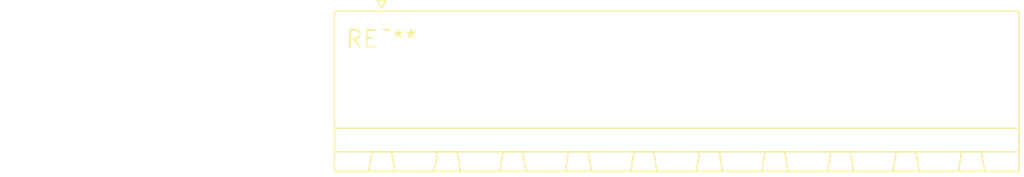
<source format=kicad_pcb>
(kicad_pcb (version 20240108) (generator pcbnew)
  (layers (0 "F.Cu" signal) (31 "B.Cu" signal) (34 "B.Paste" user) (35 "F.Paste" user) (36 "B.SilkS" user "B.Silkscreen") (37 "F.SilkS" user "F.Silkscreen") (38 "B.Mask" user) (39 "F.Mask" user) (44 "Edge.Cuts" user))
  (net 0 "")
  (footprint "PhoenixContact_MSTBA_2,5_10-G_1x10_P5.00mm_Horizontal" (layer "F.Cu") (at 0 0)
    (property "Reference" "REF**")
    (property "Value" "PhoenixContact_MSTBA_2,5_10-G_1x10_P5.00mm_Horizontal")
    (fp_line (start -3.61 -2.11) (end -3.61 10.11) (layer "F.SilkS") (stroke (width 0.12)))
    (fp_line (start -3.61 6.81) (end 48.61 6.81) (layer "F.SilkS") (stroke (width 0.12)))
    (fp_line (start -3.61 8.61) (end -3.61 6.81) (layer "F.SilkS") (stroke (width 0.12)))
    (fp_line (start -3.61 10.11) (end 48.61 10.11) (layer "F.SilkS") (stroke (width 0.12)))
    (fp_line (start -1 10.11) (end 1 10.11) (layer "F.SilkS") (stroke (width 0.12)))
    (fp_line (start -0.75 8.61) (end -1 10.11) (layer "F.SilkS") (stroke (width 0.12)))
    (fp_line (start -0.3 -2.91) (end 0.3 -2.91) (layer "F.SilkS") (stroke (width 0.12)))
    (fp_line (start 0 -2.31) (end -0.3 -2.91) (layer "F.SilkS") (stroke (width 0.12)))
    (fp_line (start 0.3 -2.91) (end 0 -2.31) (layer "F.SilkS") (stroke (width 0.12)))
    (fp_line (start 0.75 8.61) (end -0.75 8.61) (layer "F.SilkS") (stroke (width 0.12)))
    (fp_line (start 1 10.11) (end 0.75 8.61) (layer "F.SilkS") (stroke (width 0.12)))
    (fp_line (start 4 10.11) (end 6 10.11) (layer "F.SilkS") (stroke (width 0.12)))
    (fp_line (start 4.25 8.61) (end 4 10.11) (layer "F.SilkS") (stroke (width 0.12)))
    (fp_line (start 5.75 8.61) (end 4.25 8.61) (layer "F.SilkS") (stroke (width 0.12)))
    (fp_line (start 6 10.11) (end 5.75 8.61) (layer "F.SilkS") (stroke (width 0.12)))
    (fp_line (start 9 10.11) (end 11 10.11) (layer "F.SilkS") (stroke (width 0.12)))
    (fp_line (start 9.25 8.61) (end 9 10.11) (layer "F.SilkS") (stroke (width 0.12)))
    (fp_line (start 10.75 8.61) (end 9.25 8.61) (layer "F.SilkS") (stroke (width 0.12)))
    (fp_line (start 11 10.11) (end 10.75 8.61) (layer "F.SilkS") (stroke (width 0.12)))
    (fp_line (start 14 10.11) (end 16 10.11) (layer "F.SilkS") (stroke (width 0.12)))
    (fp_line (start 14.25 8.61) (end 14 10.11) (layer "F.SilkS") (stroke (width 0.12)))
    (fp_line (start 15.75 8.61) (end 14.25 8.61) (layer "F.SilkS") (stroke (width 0.12)))
    (fp_line (start 16 10.11) (end 15.75 8.61) (layer "F.SilkS") (stroke (width 0.12)))
    (fp_line (start 19 10.11) (end 21 10.11) (layer "F.SilkS") (stroke (width 0.12)))
    (fp_line (start 19.25 8.61) (end 19 10.11) (layer "F.SilkS") (stroke (width 0.12)))
    (fp_line (start 20.75 8.61) (end 19.25 8.61) (layer "F.SilkS") (stroke (width 0.12)))
    (fp_line (start 21 10.11) (end 20.75 8.61) (layer "F.SilkS") (stroke (width 0.12)))
    (fp_line (start 24 10.11) (end 26 10.11) (layer "F.SilkS") (stroke (width 0.12)))
    (fp_line (start 24.25 8.61) (end 24 10.11) (layer "F.SilkS") (stroke (width 0.12)))
    (fp_line (start 25.75 8.61) (end 24.25 8.61) (layer "F.SilkS") (stroke (width 0.12)))
    (fp_line (start 26 10.11) (end 25.75 8.61) (layer "F.SilkS") (stroke (width 0.12)))
    (fp_line (start 29 10.11) (end 31 10.11) (layer "F.SilkS") (stroke (width 0.12)))
    (fp_line (start 29.25 8.61) (end 29 10.11) (layer "F.SilkS") (stroke (width 0.12)))
    (fp_line (start 30.75 8.61) (end 29.25 8.61) (layer "F.SilkS") (stroke (width 0.12)))
    (fp_line (start 31 10.11) (end 30.75 8.61) (layer "F.SilkS") (stroke (width 0.12)))
    (fp_line (start 34 10.11) (end 36 10.11) (layer "F.SilkS") (stroke (width 0.12)))
    (fp_line (start 34.25 8.61) (end 34 10.11) (layer "F.SilkS") (stroke (width 0.12)))
    (fp_line (start 35.75 8.61) (end 34.25 8.61) (layer "F.SilkS") (stroke (width 0.12)))
    (fp_line (start 36 10.11) (end 35.75 8.61) (layer "F.SilkS") (stroke (width 0.12)))
    (fp_line (start 39 10.11) (end 41 10.11) (layer "F.SilkS") (stroke (width 0.12)))
    (fp_line (start 39.25 8.61) (end 39 10.11) (layer "F.SilkS") (stroke (width 0.12)))
    (fp_line (start 40.75 8.61) (end 39.25 8.61) (layer "F.SilkS") (stroke (width 0.12)))
    (fp_line (start 41 10.11) (end 40.75 8.61) (layer "F.SilkS") (stroke (width 0.12)))
    (fp_line (start 44 10.11) (end 46 10.11) (layer "F.SilkS") (stroke (width 0.12)))
    (fp_line (start 44.25 8.61) (end 44 10.11) (layer "F.SilkS") (stroke (width 0.12)))
    (fp_line (start 45.75 8.61) (end 44.25 8.61) (layer "F.SilkS") (stroke (width 0.12)))
    (fp_line (start 46 10.11) (end 45.75 8.61) (layer "F.SilkS") (stroke (width 0.12)))
    (fp_line (start 48.61 -2.11) (end -3.61 -2.11) (layer "F.SilkS") (stroke (width 0.12)))
    (fp_line (start 48.61 6.81) (end 48.61 8.61) (layer "F.SilkS") (stroke (width 0.12)))
    (fp_line (start 48.61 8.61) (end -3.61 8.61) (layer "F.SilkS") (stroke (width 0.12)))
    (fp_line (start 48.61 10.11) (end 48.61 -2.11) (layer "F.SilkS") (stroke (width 0.12)))
    (pad "1" thru_hole roundrect (at 0 0) (size 2 3.6) (drill 1.4) (layers *.Cu *.Mask) (remove_unused_layers) (roundrect_rratio 0.125))
    (pad "2" thru_hole oval (at 5 0) (size 2 3.6) (drill 1.4) (layers *.Cu *.Mask) (remove_unused_layers))
    (pad "3" thru_hole oval (at 10 0) (size 2 3.6) (drill 1.4) (layers *.Cu *.Mask) (remove_unused_layers))
    (pad "4" thru_hole oval (at 15 0) (size 2 3.6) (drill 1.4) (layers *.Cu *.Mask) (remove_unused_layers))
    (pad "5" thru_hole oval (at 20 0) (size 2 3.6) (drill 1.4) (layers *.Cu *.Mask) (remove_unused_layers))
    (pad "6" thru_hole oval (at 25 0) (size 2 3.6) (drill 1.4) (layers *.Cu *.Mask) (remove_unused_layers))
    (pad "7" thru_hole oval (at 30 0) (size 2 3.6) (drill 1.4) (layers *.Cu *.Mask) (remove_unused_layers))
    (pad "8" thru_hole oval (at 35 0) (size 2 3.6) (drill 1.4) (layers *.Cu *.Mask) (remove_unused_layers))
    (pad "9" thru_hole oval (at 40 0) (size 2 3.6) (drill 1.4) (layers *.Cu *.Mask) (remove_unused_layers))
    (pad "10" thru_hole oval (at 45 0) (size 2 3.6) (drill 1.4) (layers *.Cu *.Mask) (remove_unused_layers))
  )
)
</source>
